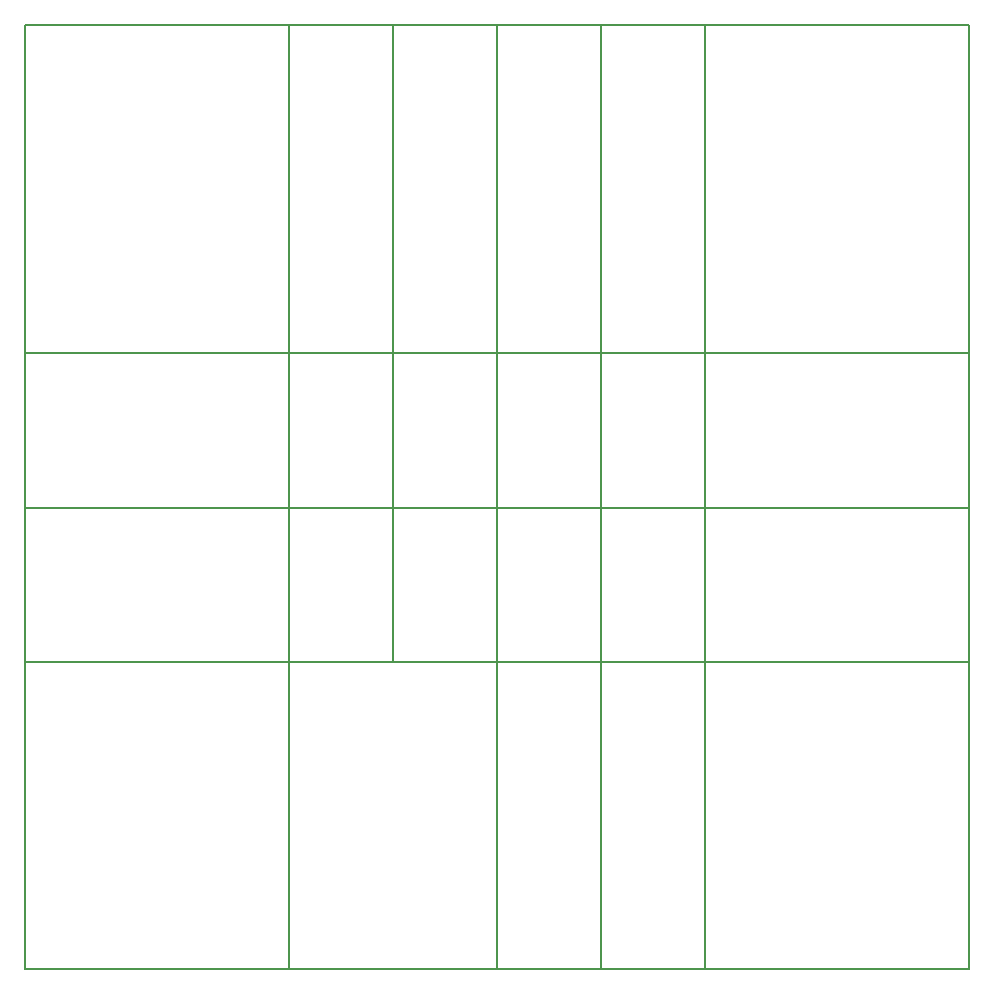
<source format=gbr>
G04 #@! TF.GenerationSoftware,KiCad,Pcbnew,(5.0.1-3-g963ef8bb5)*
G04 #@! TF.CreationDate,2019-09-15T11:53:47-04:00*
G04 #@! TF.ProjectId,RPiheader2x2,5250696865616465723278322E6B6963,rev?*
G04 #@! TF.SameCoordinates,Original*
G04 #@! TF.FileFunction,Profile,NP*
%FSLAX45Y45*%
G04 Gerber Fmt 4.5, Leading zero omitted, Abs format (unit mm)*
G04 Created by KiCad (PCBNEW (5.0.1-3-g963ef8bb5)) date Sunday, September 15, 2019 at 11:53:47 am*
%MOMM*%
%LPD*%
G01*
G04 APERTURE LIST*
%ADD10C,0.150000*%
G04 APERTURE END LIST*
D10*
X1760000Y0D02*
X1760000Y-2600000D01*
X880000Y0D02*
X880000Y-2600000D01*
X0Y0D02*
X0Y-2600000D01*
X-1760000Y0D02*
X-1760000Y-2600000D01*
X1760000Y2620000D02*
X1760000Y5400000D01*
X880000Y2620000D02*
X880000Y5400000D01*
X0Y2620000D02*
X0Y5400000D01*
X-880000Y2620000D02*
X-880000Y5400000D01*
X-1760000Y2620000D02*
X-1760000Y5400000D01*
X-4000000Y2620000D02*
X-1760000Y2620000D01*
X-4000000Y1310000D02*
X-1760000Y1310000D01*
X-4000000Y0D02*
X-1760000Y0D01*
X1760000Y0D02*
X4000000Y0D01*
X1760000Y1310000D02*
X4000000Y1310000D01*
X1760000Y2620000D02*
X4000000Y2620000D01*
X-880000Y0D02*
X0Y0D01*
X0Y0D02*
X0Y1310000D01*
X0Y1310000D02*
X-880000Y1310000D01*
X-880000Y1310000D02*
X-880000Y0D01*
X-880000Y1310000D02*
X0Y1310000D01*
X0Y1310000D02*
X0Y2620000D01*
X0Y2620000D02*
X-880000Y2620000D01*
X-880000Y2620000D02*
X-880000Y1310000D01*
X-1760000Y1310000D02*
X-880000Y1310000D01*
X-880000Y1310000D02*
X-880000Y2620000D01*
X-880000Y2620000D02*
X-1760000Y2620000D01*
X-1760000Y2620000D02*
X-1760000Y1310000D01*
X-1760000Y0D02*
X-880000Y0D01*
X-880000Y0D02*
X-880000Y1310000D01*
X-880000Y1310000D02*
X-1760000Y1310000D01*
X-1760000Y1310000D02*
X-1760000Y0D01*
X4000000Y5400000D02*
X4000000Y-2600000D01*
X-4000000Y-2600000D02*
X-4000000Y5400000D01*
X4000000Y-2600000D02*
X-4000000Y-2600000D01*
X4000000Y5400000D02*
X-4000000Y5400000D01*
X880000Y1310000D02*
X1760000Y1310000D01*
X1760000Y1310000D02*
X1760000Y2620000D01*
X1760000Y2620000D02*
X880000Y2620000D01*
X880000Y2620000D02*
X880000Y1310000D01*
X0Y1310000D02*
X880000Y1310000D01*
X880000Y1310000D02*
X880000Y2620000D01*
X880000Y2620000D02*
X0Y2620000D01*
X0Y2620000D02*
X0Y1310000D01*
X880000Y0D02*
X1760000Y0D01*
X1760000Y0D02*
X1760000Y1310000D01*
X1760000Y1310000D02*
X880000Y1310000D01*
X880000Y1310000D02*
X880000Y0D01*
X0Y1310000D02*
X0Y0D01*
X880000Y1310000D02*
X0Y1310000D01*
X880000Y0D02*
X880000Y1310000D01*
X0Y0D02*
X880000Y0D01*
M02*

</source>
